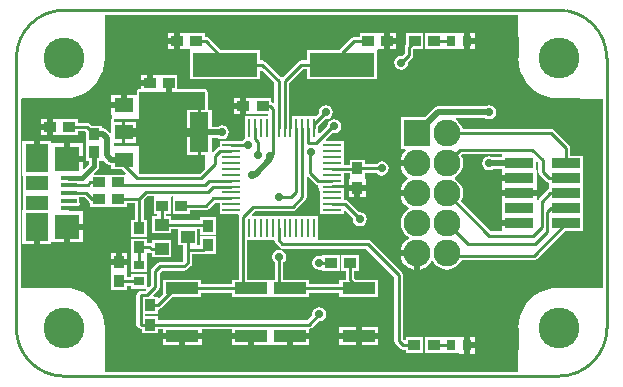
<source format=gtl>
%FSLAX25Y25*%
%MOIN*%
G70*
G01*
G75*
G04 Layer_Physical_Order=1*
G04 Layer_Color=255*
%ADD10R,0.07600X0.04700*%
%ADD11R,0.07600X0.09500*%
%ADD12R,0.08400X0.08400*%
%ADD13R,0.05400X0.01600*%
%ADD14R,0.21654X0.07874*%
%ADD15R,0.04000X0.03500*%
%ADD16R,0.06400X0.13200*%
%ADD17R,0.06400X0.04800*%
%ADD18R,0.03500X0.04000*%
%ADD19R,0.03543X0.03150*%
%ADD20R,0.11000X0.04000*%
%ADD21R,0.03150X0.03543*%
%ADD22R,0.09600X0.03200*%
%ADD23R,0.06102X0.00984*%
%ADD24R,0.00984X0.06102*%
%ADD25R,0.04600X0.04000*%
%ADD26C,0.01000*%
%ADD27C,0.02000*%
%ADD28C,0.01500*%
%ADD29C,0.03000*%
%ADD30C,0.13600*%
%ADD31C,0.09000*%
%ADD32R,0.09000X0.09000*%
%ADD33C,0.02800*%
G36*
X267386Y205997D02*
X267382Y205992D01*
X267376Y205992D01*
X267537Y203946D01*
X268029Y201897D01*
X268835Y199951D01*
X269936Y198154D01*
X271305Y196552D01*
X272907Y195183D01*
X274704Y194082D01*
X276650Y193276D01*
X278699Y192784D01*
X280800Y192619D01*
X280896Y192626D01*
X280896Y192626D01*
Y192626D01*
X280903Y192633D01*
X295294Y192573D01*
X295600Y192320D01*
Y129775D01*
X295299Y129527D01*
X280814Y129515D01*
X280800Y129529D01*
Y129528D01*
X278699Y129363D01*
X276650Y128871D01*
X274704Y128065D01*
X272907Y126964D01*
X271305Y125595D01*
X269936Y123993D01*
X268835Y122196D01*
X268029Y120250D01*
X267537Y118201D01*
X267372Y116100D01*
X267379Y116000D01*
X267379Y116000D01*
X267379D01*
X267386Y115993D01*
X267373Y101501D01*
X267277Y101385D01*
X129687D01*
X129427Y101701D01*
X129415Y115986D01*
X129429Y116000D01*
X129429D01*
X129263Y118101D01*
X128771Y120150D01*
X127965Y122096D01*
X126864Y123893D01*
X125495Y125495D01*
X123893Y126864D01*
X122096Y127965D01*
X120150Y128771D01*
X118101Y129263D01*
X116000Y129429D01*
X115886Y129420D01*
X115886Y129420D01*
Y129420D01*
X115881Y129414D01*
X101401Y129427D01*
X101400Y129429D01*
Y192318D01*
X101754Y192671D01*
X115744Y192635D01*
X115757Y192638D01*
X116000Y192619D01*
X118101Y192784D01*
X120150Y193276D01*
X122096Y194082D01*
X123893Y195183D01*
X125495Y196552D01*
X126864Y198154D01*
X127965Y199951D01*
X128771Y201897D01*
X129263Y203946D01*
X129416Y205888D01*
X129416D01*
X129412Y205894D01*
X129414Y205904D01*
X129427Y220585D01*
X267373D01*
X267386Y205997D01*
D02*
G37*
%LPC*%
G36*
X133200Y140956D02*
X131450D01*
Y138956D01*
X133200D01*
Y140956D01*
D02*
G37*
G36*
X136950D02*
X135200D01*
Y138956D01*
X136950D01*
Y140956D01*
D02*
G37*
G36*
X220600Y116300D02*
X215100D01*
Y114300D01*
X220600D01*
Y116300D01*
D02*
G37*
G36*
X232500Y140000D02*
X228084D01*
X228142Y139564D01*
X228696Y138226D01*
X229577Y137077D01*
X230726Y136196D01*
X232064Y135642D01*
X232500Y135584D01*
Y140000D01*
D02*
G37*
G36*
X143650Y145844D02*
X138350D01*
Y140044D01*
X138350D01*
Y139652D01*
X138328Y139631D01*
X138328D01*
Y134681D01*
X143672D01*
Y139631D01*
X143650D01*
Y140044D01*
X143650D01*
Y141084D01*
X144091Y141320D01*
X144113Y141305D01*
X144298Y141181D01*
X144844Y141073D01*
X145200D01*
Y139600D01*
X151600D01*
Y145400D01*
X145200D01*
Y144607D01*
X144814Y144289D01*
X144400Y144372D01*
X144400Y144372D01*
X143650D01*
Y145844D01*
D02*
G37*
G36*
X216450Y161900D02*
X214700D01*
Y159900D01*
X216450D01*
Y161900D01*
D02*
G37*
G36*
X122100Y177600D02*
X117900D01*
Y173400D01*
X122100D01*
Y177600D01*
D02*
G37*
G36*
X212700Y161900D02*
X210950D01*
Y159900D01*
X212700D01*
Y161900D01*
D02*
G37*
G36*
X207800Y140450D02*
X202000D01*
Y140340D01*
X201613Y140023D01*
X201000Y140145D01*
X200103Y139967D01*
X199342Y139458D01*
X198833Y138697D01*
X198655Y137800D01*
X198833Y136903D01*
X199342Y136142D01*
X200103Y135633D01*
X201000Y135455D01*
X201613Y135577D01*
X202000Y135260D01*
Y135150D01*
X207800D01*
Y140450D01*
D02*
G37*
G36*
X122100Y148800D02*
X117900D01*
Y144600D01*
X122100D01*
Y148800D01*
D02*
G37*
G36*
X161800Y112300D02*
X156300D01*
Y110300D01*
X161800D01*
Y112300D01*
D02*
G37*
G36*
X177300D02*
X171800D01*
Y110300D01*
X177300D01*
Y112300D01*
D02*
G37*
G36*
X154300D02*
X148800D01*
Y110300D01*
X154300D01*
Y112300D01*
D02*
G37*
G36*
X249256Y113072D02*
X247681D01*
Y112972D01*
X247219D01*
Y112972D01*
X242269D01*
Y112950D01*
X241956D01*
Y112950D01*
X236156D01*
Y107650D01*
X241956D01*
Y107650D01*
X242248D01*
X242269Y107628D01*
Y107628D01*
X247219D01*
Y107628D01*
X247581D01*
X247681Y107528D01*
Y107528D01*
X249256D01*
Y110300D01*
Y113072D01*
D02*
G37*
G36*
X252831Y109300D02*
X251256D01*
Y107528D01*
X252831D01*
Y109300D01*
D02*
G37*
G36*
Y113072D02*
X251256D01*
Y111300D01*
X252831D01*
Y113072D01*
D02*
G37*
G36*
X213100Y116300D02*
X207600D01*
Y114300D01*
X213100D01*
Y116300D01*
D02*
G37*
G36*
X220600Y112300D02*
X215100D01*
Y110300D01*
X220600D01*
Y112300D01*
D02*
G37*
G36*
X197600D02*
X192100D01*
Y110300D01*
X197600D01*
Y112300D01*
D02*
G37*
G36*
X213100D02*
X207600D01*
Y110300D01*
X213100D01*
Y112300D01*
D02*
G37*
G36*
X249256Y214472D02*
X247681D01*
Y214372D01*
X247219D01*
Y214372D01*
X242269D01*
Y214350D01*
X242000D01*
Y214350D01*
X236200D01*
Y209050D01*
X242000D01*
Y209050D01*
X242248D01*
X242269Y209028D01*
Y209028D01*
X247219D01*
Y209028D01*
X247581D01*
X247681Y208928D01*
Y208928D01*
X249256D01*
Y211700D01*
Y214472D01*
D02*
G37*
G36*
X252831Y210700D02*
X251256D01*
Y208928D01*
X252831D01*
Y210700D01*
D02*
G37*
G36*
X235644Y214350D02*
X229844D01*
Y210796D01*
X229581Y210402D01*
X229473Y209856D01*
X229473Y209856D01*
Y207647D01*
X228616Y206791D01*
X228344Y206845D01*
X227447Y206667D01*
X226686Y206158D01*
X226178Y205397D01*
X225999Y204500D01*
X226178Y203603D01*
X226686Y202842D01*
X227447Y202333D01*
X228344Y202155D01*
X229242Y202333D01*
X230002Y202842D01*
X230511Y203603D01*
X230689Y204500D01*
X230635Y204772D01*
X231909Y206046D01*
X231909Y206047D01*
X232219Y206509D01*
X232327Y207056D01*
X232327Y207056D01*
Y209050D01*
X235644D01*
Y214350D01*
D02*
G37*
G36*
X134800Y193755D02*
X131600D01*
Y191355D01*
X134800D01*
Y193755D01*
D02*
G37*
G36*
X143400Y200450D02*
X141400D01*
Y198700D01*
X143400D01*
Y200450D01*
D02*
G37*
G36*
X156544Y214450D02*
Y214450D01*
X154544D01*
Y211700D01*
Y208950D01*
X156544D01*
Y209050D01*
X157000D01*
Y209050D01*
X157885D01*
Y208737D01*
X157885D01*
Y199063D01*
X181339D01*
Y201889D01*
X181800Y202081D01*
X185988Y197893D01*
Y191386D01*
X185547Y191151D01*
X185146Y191419D01*
X184956Y191457D01*
Y192750D01*
X179156D01*
Y192750D01*
X178800D01*
X178700Y192850D01*
Y192850D01*
X176700D01*
Y190100D01*
Y187350D01*
X178700D01*
Y187450D01*
X179156D01*
Y187450D01*
X184020D01*
Y186651D01*
X176181D01*
Y179152D01*
X175442Y178658D01*
X175305Y178454D01*
X171700D01*
X171522Y178419D01*
X167749D01*
Y176484D01*
X167212Y176377D01*
X166749Y176068D01*
X166749Y176067D01*
X165562Y174881D01*
X165100Y175072D01*
Y179363D01*
X167259D01*
X167603Y179133D01*
X168500Y178955D01*
X169397Y179133D01*
X170158Y179642D01*
X170667Y180403D01*
X170845Y181300D01*
X170667Y182197D01*
X170158Y182958D01*
X169397Y183467D01*
X168500Y183645D01*
X167603Y183467D01*
X167259Y183237D01*
X165100D01*
Y188800D01*
X163800D01*
X163718Y188900D01*
Y194900D01*
X163648Y195251D01*
X163449Y195549D01*
X163151Y195748D01*
X162800Y195818D01*
X153656D01*
Y200350D01*
X147856D01*
Y200350D01*
X147500D01*
X147400Y200450D01*
Y200450D01*
X145400D01*
Y197700D01*
X144400D01*
Y196700D01*
X141400D01*
Y195818D01*
X141000D01*
X140649Y195748D01*
X140351Y195549D01*
X140152Y195251D01*
X140082Y194900D01*
Y193755D01*
X140082D01*
X140000D01*
X139729Y193755D01*
X139729Y193755D01*
Y193755D01*
X136800D01*
Y190355D01*
X135800D01*
Y189355D01*
X131600D01*
Y186955D01*
X131847D01*
X131993Y186477D01*
X131951Y186449D01*
X131752Y186151D01*
X131682Y185800D01*
Y184700D01*
X131702Y184602D01*
X131700Y184600D01*
X131700D01*
Y181293D01*
X131238Y181102D01*
X130314Y182026D01*
X129685Y182446D01*
X128944Y182593D01*
X128550D01*
Y183556D01*
X125019D01*
X124465Y184109D01*
X124002Y184419D01*
X123456Y184527D01*
X123456Y184527D01*
X120400D01*
Y185750D01*
X114600D01*
Y185750D01*
X114244D01*
X114144Y185850D01*
Y185850D01*
X112144D01*
Y183100D01*
Y180350D01*
X114144D01*
Y180450D01*
X114600D01*
Y180450D01*
X120400D01*
Y181673D01*
X122865D01*
X123250Y181287D01*
Y177756D01*
X123250Y177756D01*
X123250Y177600D01*
X123250D01*
Y171800D01*
X124218D01*
Y170897D01*
X122562Y169241D01*
X122100Y169432D01*
Y171400D01*
X116900D01*
Y172400D01*
X115900D01*
Y177600D01*
X111954D01*
X111954Y177600D01*
Y177600D01*
X111700Y177600D01*
X111600Y177700D01*
Y178350D01*
X107800D01*
Y172600D01*
X105800D01*
Y178350D01*
X102000D01*
Y166850D01*
X102100D01*
Y161150D01*
Y155450D01*
X102000D01*
Y143950D01*
X105800D01*
Y149700D01*
X107800D01*
Y143950D01*
X111600D01*
Y144500D01*
X111700Y144600D01*
X111954Y144600D01*
X111954Y144600D01*
Y144600D01*
X115900D01*
Y149800D01*
X116900D01*
Y150800D01*
X122100D01*
Y154964D01*
X117400D01*
Y156823D01*
X121000D01*
Y156964D01*
X121100D01*
Y157764D01*
X121000D01*
Y159382D01*
Y159655D01*
X122727D01*
X124191Y158191D01*
X124191Y158191D01*
X124191D01*
X124191Y158191D01*
X124191D01*
X124191Y158191D01*
Y158191D01*
Y158191D01*
D01*
D01*
X124191D01*
Y158191D01*
X124644Y157888D01*
Y156550D01*
X130444D01*
Y161850D01*
X130400D01*
Y161950D01*
X130400D01*
Y167250D01*
X125982D01*
X125791Y167712D01*
X127090Y169010D01*
X127090Y169010D01*
X127454Y169556D01*
X127582Y170200D01*
Y171800D01*
X128550D01*
Y171857D01*
X129012Y172048D01*
X130185Y170875D01*
X130814Y170455D01*
X131555Y170308D01*
X131700D01*
Y168945D01*
X135336D01*
X136569Y167712D01*
X136378Y167250D01*
X130956D01*
Y161950D01*
X131000D01*
Y161850D01*
X131000D01*
Y156550D01*
X136800D01*
Y157773D01*
X139573D01*
Y152200D01*
X138350D01*
Y146400D01*
X143650D01*
Y152200D01*
X142427D01*
Y158709D01*
X143691Y159973D01*
X145744D01*
Y159550D01*
X145744D01*
Y154250D01*
X146973D01*
Y153400D01*
X145200D01*
Y147600D01*
X151600D01*
Y149073D01*
X153900D01*
Y143600D01*
X155673D01*
Y142200D01*
Y138291D01*
X155409Y138027D01*
X147900D01*
X147900Y138027D01*
X147354Y137919D01*
X147168Y137795D01*
X146891Y137609D01*
X146891Y137609D01*
X145291Y136009D01*
X144981Y135546D01*
X144873Y135000D01*
X144873Y135000D01*
Y130291D01*
X144134Y129552D01*
X143672Y129744D01*
Y134119D01*
X138328D01*
Y133071D01*
X136850D01*
Y134500D01*
X136850D01*
Y134856D01*
X136950Y134956D01*
X136950D01*
Y136956D01*
X131450D01*
Y134956D01*
X131550D01*
Y134500D01*
X131550D01*
Y128700D01*
X136850D01*
Y130217D01*
X138328D01*
Y129169D01*
X143097D01*
X143232Y128843D01*
X142955Y128427D01*
X141400D01*
X140854Y128319D01*
X140391Y128009D01*
X140081Y127546D01*
X139973Y127000D01*
Y117244D01*
X139973Y117244D01*
X139973D01*
X140081Y116698D01*
X140391Y116235D01*
X140854Y115925D01*
X141400Y115817D01*
X141950D01*
Y114344D01*
X147250D01*
Y115817D01*
X148800D01*
Y114300D01*
X161800D01*
Y115817D01*
X171800D01*
Y114300D01*
X178300D01*
Y113300D01*
X179300D01*
Y110300D01*
X190100D01*
Y113300D01*
X191100D01*
Y114300D01*
X197600D01*
Y115828D01*
X198091Y115925D01*
X198554Y116235D01*
X200728Y118409D01*
X201000Y118355D01*
X201897Y118533D01*
X202658Y119042D01*
X203167Y119803D01*
X203345Y120700D01*
X203167Y121597D01*
X202658Y122358D01*
X201897Y122867D01*
X201000Y123045D01*
X200103Y122867D01*
X199342Y122358D01*
X198833Y121597D01*
X198655Y120700D01*
X198709Y120428D01*
X196953Y118672D01*
X147250D01*
Y120144D01*
X142827D01*
Y120700D01*
X147250D01*
Y122202D01*
X147646Y122281D01*
X148109Y122591D01*
X151919Y126400D01*
X161700D01*
Y127873D01*
X171900D01*
Y126400D01*
X197500D01*
Y127873D01*
X207700D01*
Y126400D01*
X220500D01*
Y132200D01*
X213219D01*
X212683Y132735D01*
Y135150D01*
X214156D01*
Y140450D01*
X208356D01*
Y135150D01*
X209829D01*
Y132200D01*
X207700D01*
Y130727D01*
X197500D01*
Y132200D01*
X189027D01*
Y137988D01*
X189258Y138142D01*
X189767Y138903D01*
X189945Y139800D01*
X189767Y140697D01*
X189258Y141458D01*
X188497Y141967D01*
X187600Y142145D01*
X186703Y141967D01*
X185942Y141458D01*
X185433Y140697D01*
X185255Y139800D01*
X185433Y138903D01*
X185942Y138142D01*
X186173Y137988D01*
Y132200D01*
X177027D01*
Y145549D01*
X184665D01*
X185988Y145284D01*
X186097Y144738D01*
X186406Y144275D01*
X187697Y142984D01*
X187697Y142984D01*
X188160Y142675D01*
X188160Y142675D01*
X188160Y142675D01*
D01*
X188160Y142675D01*
X188160Y142675D01*
X188706Y142566D01*
X188706Y142566D01*
X216515D01*
X226023Y133059D01*
Y111750D01*
X226023Y111750D01*
X226131Y111204D01*
X226441Y110741D01*
X227891Y109291D01*
X228354Y108981D01*
X228900Y108873D01*
X228900Y108873D01*
X229800D01*
Y107650D01*
X235600D01*
Y112950D01*
X229800D01*
Y112072D01*
X229338Y111881D01*
X228877Y112341D01*
Y133650D01*
X228769Y134196D01*
X228645Y134382D01*
X228459Y134659D01*
X228459Y134659D01*
X218115Y145003D01*
X217652Y145313D01*
X217106Y145421D01*
X217106Y145421D01*
X200619D01*
Y145549D01*
X200619D01*
Y153451D01*
X178623D01*
X178432Y153913D01*
X179591Y155073D01*
X192100D01*
X192100Y155073D01*
X192646Y155181D01*
X193109Y155491D01*
X196299Y158680D01*
X196299Y158680D01*
X196609Y159144D01*
X196717Y159690D01*
X196717Y159690D01*
Y166527D01*
X197179Y166718D01*
X199691Y164207D01*
X199691Y164206D01*
X200154Y163897D01*
X200154Y163897D01*
X200154Y163897D01*
D01*
X200154Y163897D01*
X200154Y163897D01*
X200700Y163788D01*
X201049Y162044D01*
Y161755D01*
X201149D01*
Y159887D01*
Y157918D01*
Y155950D01*
Y153981D01*
X209051D01*
Y155277D01*
X209513Y155468D01*
X212226Y152756D01*
X212155Y152400D01*
X212333Y151503D01*
X212842Y150742D01*
X213603Y150233D01*
X214500Y150055D01*
X215397Y150233D01*
X216158Y150742D01*
X216667Y151503D01*
X216845Y152400D01*
X216667Y153297D01*
X216158Y154058D01*
X215397Y154567D01*
X214500Y154745D01*
X214311Y154708D01*
X210667Y158351D01*
X210204Y158661D01*
X209658Y158769D01*
X209658Y158769D01*
X209051D01*
Y159887D01*
Y161755D01*
X209151D01*
Y162247D01*
X209051D01*
Y162671D01*
X205100D01*
Y163788D01*
X205277Y163823D01*
X209051D01*
Y164247D01*
X209151D01*
Y164739D01*
X209051D01*
Y165792D01*
Y167725D01*
X211050D01*
Y166356D01*
X211050D01*
Y166000D01*
X210950Y165900D01*
X210950D01*
Y163900D01*
X216450D01*
Y165900D01*
X216350D01*
Y166356D01*
X216350D01*
Y167829D01*
X219944D01*
X220098Y167598D01*
X220859Y167089D01*
X221756Y166911D01*
X222653Y167089D01*
X223414Y167598D01*
X223923Y168359D01*
X224101Y169256D01*
X223923Y170153D01*
X223414Y170914D01*
X222653Y171423D01*
X221756Y171601D01*
X220859Y171423D01*
X220098Y170914D01*
X219944Y170683D01*
X216350D01*
Y172156D01*
X211050D01*
Y170580D01*
X209051D01*
Y171698D01*
Y173666D01*
Y175635D01*
Y178419D01*
X203291D01*
X203100Y178881D01*
X205311Y181092D01*
X206000Y180955D01*
X206897Y181133D01*
X207658Y181642D01*
X208167Y182403D01*
X208345Y183300D01*
X208167Y184197D01*
X207658Y184958D01*
X206897Y185467D01*
X206000Y185645D01*
X205103Y185467D01*
X204342Y184958D01*
X203833Y184197D01*
X203698Y183517D01*
X201081Y180900D01*
X200619Y181091D01*
Y182522D01*
X200654Y182700D01*
Y183435D01*
X202928Y185709D01*
X203200Y185655D01*
X204097Y185833D01*
X204858Y186342D01*
X205367Y187103D01*
X205545Y188000D01*
X205367Y188897D01*
X204858Y189658D01*
X204097Y190167D01*
X203200Y190345D01*
X202303Y190167D01*
X201542Y189658D01*
X201033Y188897D01*
X200855Y188000D01*
X200909Y187728D01*
X199832Y186651D01*
X192845D01*
Y186751D01*
X190812D01*
Y197693D01*
X195591Y202473D01*
X196861D01*
Y199063D01*
X220315D01*
Y208737D01*
X220315D01*
Y208808D01*
X220457Y208950D01*
X220700D01*
D01*
D01*
X220700D01*
Y208950D01*
X222700D01*
Y211700D01*
Y214450D01*
X220700D01*
Y214350D01*
X220244D01*
Y214350D01*
X214444D01*
Y213127D01*
X212600D01*
X212600Y213127D01*
X212054Y213019D01*
X211868Y212895D01*
X211591Y212709D01*
X211591Y212709D01*
X207618Y208737D01*
X196861D01*
Y205327D01*
X195000D01*
X195000Y205327D01*
X194454Y205219D01*
X193991Y204909D01*
X188750Y199669D01*
X188250D01*
X183009Y204909D01*
X182546Y205219D01*
X182000Y205327D01*
X182000Y205327D01*
X181339D01*
Y208737D01*
X168082D01*
X164109Y212709D01*
X163646Y213019D01*
X163100Y213127D01*
D01*
D01*
D01*
X163100Y213127D01*
D01*
X162800Y213427D01*
Y214350D01*
X157000D01*
Y214350D01*
X156644D01*
X156544Y214450D01*
D02*
G37*
G36*
X226700Y214450D02*
X224700D01*
Y212700D01*
X226700D01*
Y214450D01*
D02*
G37*
G36*
X252831Y214472D02*
X251256D01*
Y212700D01*
X252831D01*
Y214472D01*
D02*
G37*
G36*
X152544Y214450D02*
X150544D01*
Y212700D01*
X152544D01*
Y214450D01*
D02*
G37*
G36*
Y210700D02*
X150544D01*
Y208950D01*
X152544D01*
Y210700D01*
D02*
G37*
G36*
X226700D02*
X224700D01*
Y208950D01*
X226700D01*
Y210700D01*
D02*
G37*
G36*
X174700Y192850D02*
X172700D01*
Y191100D01*
X174700D01*
Y192850D01*
D02*
G37*
G36*
X110144Y185850D02*
X108144D01*
Y184100D01*
X110144D01*
Y185850D01*
D02*
G37*
G36*
Y182100D02*
X108144D01*
Y180350D01*
X110144D01*
Y182100D01*
D02*
G37*
G36*
X174700Y189100D02*
X172700D01*
Y187350D01*
X174700D01*
Y189100D01*
D02*
G37*
G36*
X257600Y190345D02*
X256703Y190167D01*
X256359Y189937D01*
X240500D01*
X239759Y189790D01*
X239130Y189370D01*
X236160Y186400D01*
X228100D01*
Y175600D01*
X229682D01*
X229843Y175127D01*
X229577Y174923D01*
X228696Y173774D01*
X228142Y172436D01*
X228084Y172000D01*
X233500D01*
Y170000D01*
X228084D01*
X228142Y169564D01*
X228696Y168226D01*
X229577Y167077D01*
X230656Y166250D01*
Y165750D01*
X229577Y164923D01*
X228696Y163774D01*
X228142Y162436D01*
X228084Y162000D01*
X233500D01*
Y160000D01*
X228084D01*
X228142Y159564D01*
X228696Y158226D01*
X229577Y157077D01*
X230726Y156196D01*
X230777Y156175D01*
Y155717D01*
X229649Y154851D01*
X228783Y153723D01*
X228239Y152410D01*
X228053Y151000D01*
X228239Y149590D01*
X228783Y148277D01*
X229649Y147149D01*
X230777Y146283D01*
Y145825D01*
X230726Y145804D01*
X229577Y144923D01*
X228696Y143774D01*
X228142Y142436D01*
X228084Y142000D01*
X233500D01*
Y141000D01*
X234500D01*
Y135584D01*
X234936Y135642D01*
X236274Y136196D01*
X237423Y137077D01*
X238304Y138226D01*
X238325Y138277D01*
X238783D01*
X239649Y137149D01*
X240777Y136283D01*
X242090Y135739D01*
X243500Y135553D01*
X244910Y135739D01*
X246223Y136283D01*
X247351Y137149D01*
X248217Y138277D01*
X248422Y138773D01*
X272400D01*
X272400Y138773D01*
X272946Y138881D01*
X273409Y139191D01*
X282719Y148500D01*
X288900D01*
Y153500D01*
Y158500D01*
Y163500D01*
Y168500D01*
Y173500D01*
X284627D01*
Y176000D01*
X284627Y176000D01*
X284519Y176546D01*
X284209Y177009D01*
X284209Y177009D01*
X279209Y182009D01*
X278746Y182319D01*
X278200Y182427D01*
X278200Y182427D01*
X248754D01*
X248217Y183723D01*
X247351Y184851D01*
X246390Y185589D01*
X246550Y186063D01*
X256359D01*
X256703Y185833D01*
X257600Y185655D01*
X258497Y185833D01*
X259258Y186342D01*
X259767Y187103D01*
X259945Y188000D01*
X259767Y188897D01*
X259258Y189658D01*
X258497Y190167D01*
X257600Y190345D01*
D02*
G37*
%LPD*%
G36*
X151256Y194900D02*
X162800D01*
Y188900D01*
X161500D01*
Y181300D01*
Y173700D01*
X162800D01*
Y169219D01*
X161109Y167527D01*
X141000D01*
Y176800D01*
X132600D01*
Y177900D01*
X135300D01*
Y181300D01*
Y184700D01*
X132600D01*
Y185800D01*
X141000D01*
Y194900D01*
X150256D01*
Y197700D01*
X151256D01*
Y194900D01*
D02*
G37*
G36*
X261900Y173500D02*
X261900D01*
Y172937D01*
X258841D01*
X258497Y173167D01*
X257600Y173345D01*
X256703Y173167D01*
X255942Y172658D01*
X255433Y171897D01*
X255255Y171000D01*
X255433Y170103D01*
X255942Y169342D01*
X256703Y168833D01*
X257600Y168655D01*
X258497Y168833D01*
X258841Y169063D01*
X261800D01*
Y168600D01*
X261800D01*
Y167000D01*
X267600D01*
Y165000D01*
X261800D01*
Y163400D01*
Y162000D01*
X273400D01*
Y163400D01*
Y168600D01*
X273300D01*
Y171428D01*
X273557Y171534D01*
X273973Y171257D01*
Y168000D01*
X273973Y168000D01*
X274081Y167454D01*
X274391Y166991D01*
X276391Y164991D01*
X276391Y164991D01*
X276854Y164681D01*
X277400Y164573D01*
X277500Y164073D01*
Y163500D01*
Y162328D01*
X277454Y162319D01*
X276991Y162009D01*
X276991Y162009D01*
X274091Y159109D01*
X273879Y158792D01*
X273400Y158937D01*
Y160000D01*
X261800D01*
Y158400D01*
X261900D01*
Y153600D01*
X261800D01*
Y152000D01*
X267600D01*
Y150000D01*
X261800D01*
Y148400D01*
D01*
Y148400D01*
X261727Y148327D01*
X258191D01*
X248224Y158294D01*
X248761Y159590D01*
X248947Y161000D01*
X248761Y162410D01*
X248217Y163723D01*
X247351Y164851D01*
X246223Y165717D01*
X246143Y165750D01*
Y166250D01*
X246223Y166283D01*
X247351Y167149D01*
X248217Y168277D01*
X248761Y169590D01*
X248947Y171000D01*
X248761Y172410D01*
X248286Y173557D01*
X248564Y173973D01*
X261900D01*
Y173500D01*
D02*
G37*
G36*
X152100Y159550D02*
X152100D01*
Y154250D01*
X157900D01*
Y155473D01*
X163100D01*
X163100Y155473D01*
X163646Y155581D01*
X164109Y155891D01*
X166102Y157883D01*
X167749D01*
Y155950D01*
Y153981D01*
X173954D01*
X174271Y153595D01*
X174173Y153100D01*
X174173Y153100D01*
Y132200D01*
X171900D01*
Y130727D01*
X161700D01*
Y132200D01*
X148900D01*
Y127419D01*
X147712Y126231D01*
X147250Y126422D01*
Y126500D01*
X145772D01*
X145581Y126962D01*
X147309Y128691D01*
X147309Y128691D01*
X147619Y129154D01*
X147619Y129154D01*
X147619Y129154D01*
X147727Y129700D01*
X147727Y129700D01*
Y134409D01*
X148491Y135173D01*
X156000D01*
X156000Y135173D01*
X156546Y135281D01*
X157009Y135591D01*
X158109Y136691D01*
X158109Y136691D01*
X158419Y137154D01*
X158527Y137700D01*
Y140773D01*
X162300D01*
X162300Y140773D01*
X162438Y140800D01*
X166450D01*
Y146600D01*
X161150D01*
Y143627D01*
X160300D01*
Y149073D01*
X161150D01*
Y147156D01*
X166450D01*
Y152956D01*
X161150D01*
Y151927D01*
X151600D01*
Y153400D01*
X149827D01*
Y154250D01*
X151544D01*
Y159550D01*
X151544D01*
Y159619D01*
X151898Y159973D01*
X152100D01*
Y159550D01*
D02*
G37*
%LPC*%
G36*
X160500Y188900D02*
X156800D01*
Y181800D01*
X160500D01*
Y188900D01*
D02*
G37*
G36*
Y180800D02*
X156800D01*
Y173700D01*
X160500D01*
Y180800D01*
D02*
G37*
G36*
X140000D02*
X136300D01*
Y177900D01*
X140000D01*
Y180800D01*
D02*
G37*
G36*
Y184700D02*
X136300D01*
Y181800D01*
X140000D01*
Y184700D01*
D02*
G37*
%LPD*%
D10*
X106800Y157900D02*
D03*
Y164400D02*
D03*
D11*
Y172600D02*
D03*
Y149700D02*
D03*
D12*
X116900Y172400D02*
D03*
Y149800D02*
D03*
D13*
X117400Y155964D02*
D03*
Y158523D02*
D03*
Y161082D02*
D03*
Y163641D02*
D03*
Y166200D02*
D03*
D14*
X208588Y203900D02*
D03*
X169612D02*
D03*
D15*
X150756Y197700D02*
D03*
X144400D02*
D03*
X111144Y183100D02*
D03*
X117500D02*
D03*
X133900Y159200D02*
D03*
X127544D02*
D03*
X127500Y164600D02*
D03*
X133856D02*
D03*
X204900Y137800D02*
D03*
X211256D02*
D03*
X232700Y110300D02*
D03*
X239056D02*
D03*
X182056Y190100D02*
D03*
X175700D02*
D03*
X155000Y156900D02*
D03*
X148644D02*
D03*
X239100Y211700D02*
D03*
X232744D02*
D03*
X217344D02*
D03*
X223700D02*
D03*
X153544D02*
D03*
X159900D02*
D03*
D16*
X161000Y181300D02*
D03*
D17*
X135800D02*
D03*
Y190355D02*
D03*
Y172245D02*
D03*
D18*
X125900Y180656D02*
D03*
Y174700D02*
D03*
X134200Y131600D02*
D03*
Y137956D02*
D03*
X144600Y123600D02*
D03*
Y117244D02*
D03*
X213700Y169256D02*
D03*
Y162900D02*
D03*
X163800Y143700D02*
D03*
Y150056D02*
D03*
X141000Y149300D02*
D03*
Y142944D02*
D03*
D19*
Y131644D02*
D03*
Y137156D02*
D03*
D20*
X155300Y129300D02*
D03*
Y113300D02*
D03*
X178300Y129300D02*
D03*
Y113300D02*
D03*
X191100Y129300D02*
D03*
Y113300D02*
D03*
X214100Y129300D02*
D03*
Y113300D02*
D03*
D21*
X250256Y110300D02*
D03*
X244744D02*
D03*
X250256Y211700D02*
D03*
X244744D02*
D03*
D22*
X283200Y151000D02*
D03*
Y156000D02*
D03*
Y161000D02*
D03*
Y166000D02*
D03*
Y171000D02*
D03*
X267600Y151000D02*
D03*
Y156000D02*
D03*
Y161000D02*
D03*
Y166000D02*
D03*
Y171000D02*
D03*
D23*
X205100Y177027D02*
D03*
Y175058D02*
D03*
Y173090D02*
D03*
Y171121D02*
D03*
Y169153D02*
D03*
Y167184D02*
D03*
Y165216D02*
D03*
Y163247D02*
D03*
Y161279D02*
D03*
Y159310D02*
D03*
Y157342D02*
D03*
Y155373D02*
D03*
X171700D02*
D03*
Y157342D02*
D03*
Y159310D02*
D03*
Y161279D02*
D03*
Y163247D02*
D03*
Y165216D02*
D03*
Y167184D02*
D03*
Y169153D02*
D03*
Y171121D02*
D03*
Y173090D02*
D03*
Y175058D02*
D03*
Y177027D02*
D03*
D24*
X199227Y149500D02*
D03*
X197258D02*
D03*
X195290D02*
D03*
X193321D02*
D03*
X191353D02*
D03*
X189384D02*
D03*
X187416D02*
D03*
X185447D02*
D03*
X183479D02*
D03*
X181510D02*
D03*
X179542D02*
D03*
X177573D02*
D03*
Y182700D02*
D03*
X179542D02*
D03*
X181510D02*
D03*
X183479D02*
D03*
X185447D02*
D03*
X187416D02*
D03*
X189384D02*
D03*
X191353D02*
D03*
X193321D02*
D03*
X195290D02*
D03*
X197258D02*
D03*
X199227D02*
D03*
D25*
X148400Y150500D02*
D03*
Y142500D02*
D03*
X157100Y146500D02*
D03*
D26*
X187416Y145284D02*
X188706Y143994D01*
X187416Y145284D02*
Y149500D01*
X144600Y117244D02*
X197544D01*
X201000Y120700D01*
X198000Y174700D02*
X198100D01*
X175600Y129300D02*
Y153100D01*
X179000Y156500D01*
X205500Y183300D02*
X206000D01*
X199900Y177700D02*
X205500Y183300D01*
X197258Y177700D02*
X199900D01*
X197258D02*
Y182700D01*
X195290Y159690D02*
Y182700D01*
X198000Y175100D02*
X198200Y175300D01*
X199227Y184027D02*
X203200Y188000D01*
X199227Y182700D02*
Y184027D01*
X213597Y169153D02*
X213700Y169256D01*
X177100Y177000D02*
X177673D01*
X177700Y177027D01*
X179542Y179145D02*
Y182700D01*
Y179145D02*
X180438Y178249D01*
X180500Y173800D02*
Y178187D01*
X180451Y178235D02*
X180500Y178187D01*
X180451Y178235D02*
Y178249D01*
X180438D02*
X180451D01*
X171700Y177027D02*
X177700D01*
X198100Y175300D02*
X198200D01*
X198000Y175200D02*
X198100Y175300D01*
X162300Y142200D02*
X163800Y143700D01*
X157100Y142200D02*
X162300D01*
X157100D02*
Y146500D01*
X163356Y150500D02*
X163800Y150056D01*
X148400Y150500D02*
X163356D01*
X148400Y156656D02*
X148644Y156900D01*
X148400Y150500D02*
Y156656D01*
X165647Y163247D02*
X171700D01*
X163800Y161400D02*
X165647Y163247D01*
X165510Y159310D02*
X171700D01*
X163100Y156900D02*
X165510Y159310D01*
X155000Y156900D02*
X163100D01*
X134200Y131600D02*
X134244Y131644D01*
X141000D01*
X125200Y159200D02*
X127544D01*
X123318Y161082D02*
X125200Y159200D01*
X117400Y161082D02*
X123318D01*
X124700Y164600D02*
X127500D01*
X123741Y163641D02*
X124700Y164600D01*
X117400Y163641D02*
X123741D01*
X195000Y203900D02*
X208588D01*
X189384Y198284D02*
X195000Y203900D01*
X278200Y156000D02*
X283200D01*
X277000Y154800D02*
X278200Y156000D01*
X277000Y148000D02*
Y154800D01*
X273000Y144000D02*
X277000Y148000D01*
X250500Y144000D02*
X273000D01*
X243500Y151000D02*
X250500Y144000D01*
X200700Y165216D02*
X205100D01*
X198000Y167916D02*
X200700Y165216D01*
X198000Y167916D02*
Y175200D01*
X187600Y129300D02*
X191100D01*
X193321Y161521D02*
Y182700D01*
X211256Y132144D02*
Y137800D01*
Y132144D02*
X214100Y129300D01*
X184700Y173500D02*
X185447Y174247D01*
Y182700D01*
X201000Y137800D02*
X204900D01*
X213700Y169256D02*
X221756D01*
X243500Y171000D02*
X247900Y175400D01*
X272000D01*
X275400Y172000D01*
Y168000D02*
Y172000D01*
Y168000D02*
X277400Y166000D01*
X283200D01*
Y171000D02*
Y176000D01*
X278200Y181000D02*
X283200Y176000D01*
X243500Y181000D02*
X278200D01*
X175600Y129300D02*
X178300D01*
X191100D02*
X214100D01*
X157100Y137700D02*
Y146500D01*
X156000Y136600D02*
X157100Y137700D01*
X147900Y136600D02*
X156000D01*
X146300Y135000D02*
X147900Y136600D01*
X146300Y129700D02*
Y135000D01*
X143600Y127000D02*
X146300Y129700D01*
X141400Y127000D02*
X143600D01*
X141400Y117244D02*
Y127000D01*
Y117244D02*
X144600D01*
X278000Y161000D02*
X283200D01*
X275100Y158100D02*
X278000Y161000D01*
X275100Y149700D02*
Y158100D01*
X272300Y146900D02*
X275100Y149700D01*
X257600Y146900D02*
X272300D01*
X243500Y161000D02*
X257600Y146900D01*
X155300Y129300D02*
X175600D01*
X152800D02*
X155300D01*
X147100Y123600D02*
X152800Y129300D01*
X144600Y123600D02*
X147100D01*
X144844Y142500D02*
X148400D01*
X144400Y142944D02*
X144844Y142500D01*
X141000Y142944D02*
X144400D01*
X141000Y137156D02*
Y142944D01*
X205100Y169153D02*
X213597D01*
X188706Y143994D02*
X217106D01*
X227450Y133650D01*
Y111750D02*
Y133650D01*
Y111750D02*
X228900Y110300D01*
X232700D01*
X228344Y204500D02*
X230900Y207056D01*
Y209856D01*
X232744Y211700D01*
X239100D02*
X244744D01*
X189384Y182700D02*
Y198284D01*
X182000Y203900D02*
X187416Y198484D01*
Y182700D02*
Y198484D01*
X212600Y211700D02*
X217344D01*
X208588Y207688D02*
X212600Y211700D01*
X159100D02*
X163100D01*
X170900Y203900D01*
X182000D01*
X185447Y182700D02*
Y189253D01*
X184600Y190100D02*
X185447Y189253D01*
X182056Y190100D02*
X184600D01*
X243500Y141000D02*
X245900Y138600D01*
X245200Y140200D02*
X272400D01*
X283200Y151000D01*
X192100Y156500D02*
X195290Y159690D01*
X179000Y156500D02*
X192100D01*
X191700Y159900D02*
X193321Y161521D01*
X187700Y159900D02*
X191700D01*
X187600Y129300D02*
Y139800D01*
X239056Y110300D02*
X244744D01*
X133900Y159200D02*
X141000D01*
Y149300D02*
Y159200D01*
X133900D02*
X140900D01*
X143100Y161400D01*
X163800D01*
X133856Y164600D02*
X134656Y163800D01*
X162800D01*
X135800Y170500D02*
Y172245D01*
Y170500D02*
X140200Y166100D01*
X162800Y163800D02*
X164216Y165216D01*
X171700D01*
X140200Y166100D02*
X161700D01*
X166200Y170600D01*
Y173500D01*
X167758Y175058D01*
X171700D01*
X117500Y183100D02*
X123456D01*
X125900Y180656D01*
X191353Y182700D02*
Y187553D01*
X205100Y157342D02*
X209658D01*
X214600Y152400D01*
X116000Y222047D02*
G03*
X100000Y206000I0J-16000D01*
G01*
X99999Y116000D02*
G03*
X116000Y99999I16001J0D01*
G01*
X296803Y206000D02*
G03*
X280800Y222050I-16003J47D01*
G01*
Y100039D02*
G03*
X296861Y116100I0J16061D01*
G01*
X116000Y222047D02*
X280800D01*
X296850Y116100D02*
Y206000D01*
X100000Y116000D02*
Y206000D01*
X116000Y100000D02*
X280800D01*
D27*
X184700Y172500D02*
Y173333D01*
X179400Y167200D02*
X184700Y172500D01*
X178500Y167200D02*
X179400D01*
X161000Y181300D02*
X168500D01*
X131555Y172245D02*
X135800D01*
X130200Y173600D02*
X131555Y172245D01*
X130200Y173600D02*
Y179400D01*
X128944Y180656D02*
X130200Y179400D01*
X125900Y180656D02*
X128944D01*
X257600Y171000D02*
X267600D01*
X240500Y188000D02*
X257600D01*
X233500Y181000D02*
X240500Y188000D01*
X150756Y192056D02*
Y197700D01*
D28*
X121900Y166200D02*
X125900Y170200D01*
X117400Y166200D02*
X121900D01*
X125900Y170200D02*
Y174700D01*
D29*
X135800Y181300D02*
X160500D01*
D30*
X116000Y116000D02*
D03*
Y206047D02*
D03*
X280800Y116100D02*
D03*
Y206047D02*
D03*
D31*
X243500Y141000D02*
D03*
X233500D02*
D03*
X243500Y151000D02*
D03*
Y161000D02*
D03*
Y171000D02*
D03*
Y181000D02*
D03*
X233500Y171000D02*
D03*
Y161000D02*
D03*
Y151000D02*
D03*
D32*
Y181000D02*
D03*
D33*
X201000Y120700D02*
D03*
X198100Y174700D02*
D03*
X178500Y167200D02*
D03*
X180500Y173800D02*
D03*
X177100Y177000D02*
D03*
X203200Y188000D02*
D03*
X206000Y183300D02*
D03*
X228344Y204500D02*
D03*
X187600Y139800D02*
D03*
X184700Y173500D02*
D03*
X201000Y137800D02*
D03*
X221756Y169256D02*
D03*
X257600Y171000D02*
D03*
Y188000D02*
D03*
X168500Y181300D02*
D03*
X187700Y159900D02*
D03*
X252600Y160500D02*
D03*
X291800Y132600D02*
D03*
X292100Y189500D02*
D03*
X264700Y217400D02*
D03*
X132500Y217900D02*
D03*
X104100Y189800D02*
D03*
X104200Y132100D02*
D03*
X131800Y104300D02*
D03*
X264600Y104100D02*
D03*
X207500Y149400D02*
D03*
X170500Y140400D02*
D03*
X181100Y140300D02*
D03*
X194500Y190500D02*
D03*
X188500Y203700D02*
D03*
X169500Y190500D02*
D03*
X166400Y112600D02*
D03*
X202600Y112400D02*
D03*
X165800Y122700D02*
D03*
X214500Y152400D02*
D03*
M02*

</source>
